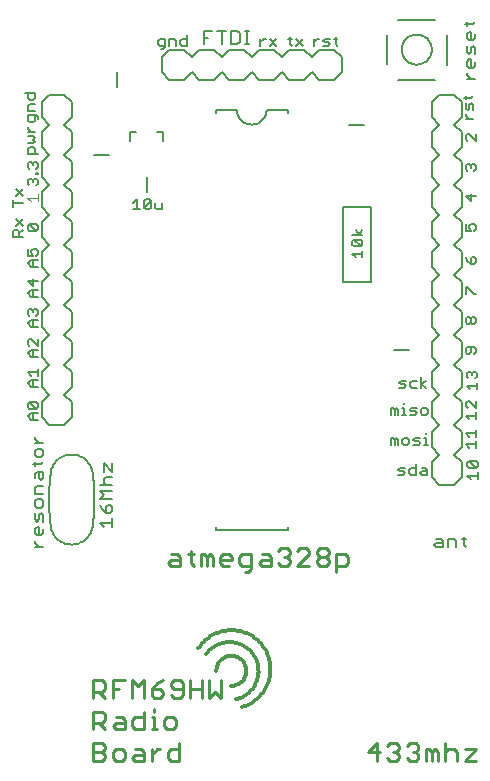
<source format=gto>
G75*
%MOIN*%
%OFA0B0*%
%FSLAX24Y24*%
%IPPOS*%
%LPD*%
%AMOC8*
5,1,8,0,0,1.08239X$1,22.5*
%
%ADD10C,0.0080*%
%ADD11C,0.0060*%
%ADD12C,0.0040*%
%ADD13C,0.0110*%
%ADD14C,0.0120*%
D10*
X001338Y008114D02*
X001618Y008114D01*
X001478Y008114D02*
X001338Y008254D01*
X001338Y008324D01*
X001408Y008497D02*
X001338Y008567D01*
X001338Y008707D01*
X001408Y008777D01*
X001478Y008777D01*
X001478Y008497D01*
X001548Y008497D02*
X001408Y008497D01*
X001548Y008497D02*
X001618Y008567D01*
X001618Y008707D01*
X001618Y008958D02*
X001618Y009168D01*
X001548Y009238D01*
X001478Y009168D01*
X001478Y009028D01*
X001408Y008958D01*
X001338Y009028D01*
X001338Y009238D01*
X001408Y009418D02*
X001338Y009488D01*
X001338Y009628D01*
X001408Y009698D01*
X001548Y009698D01*
X001618Y009628D01*
X001618Y009488D01*
X001548Y009418D01*
X001408Y009418D01*
X001338Y009878D02*
X001338Y010089D01*
X001408Y010159D01*
X001618Y010159D01*
X001548Y010339D02*
X001478Y010409D01*
X001478Y010619D01*
X001408Y010619D02*
X001618Y010619D01*
X001618Y010409D01*
X001548Y010339D01*
X001338Y010549D02*
X001408Y010619D01*
X001338Y010549D02*
X001338Y010409D01*
X001338Y010799D02*
X001338Y010939D01*
X001268Y010869D02*
X001548Y010869D01*
X001618Y010939D01*
X001548Y011106D02*
X001408Y011106D01*
X001338Y011176D01*
X001338Y011316D01*
X001408Y011386D01*
X001548Y011386D01*
X001618Y011316D01*
X001618Y011176D01*
X001548Y011106D01*
X001618Y011566D02*
X001338Y011566D01*
X001478Y011566D02*
X001338Y011707D01*
X001338Y011777D01*
X001808Y012192D02*
X001558Y012442D01*
X001558Y012942D01*
X001808Y013192D01*
X001558Y013442D01*
X001558Y013942D01*
X001808Y014192D01*
X001558Y014442D01*
X001558Y014942D01*
X001808Y015192D01*
X001558Y015442D01*
X001558Y015942D01*
X001808Y016192D01*
X001558Y016442D01*
X001558Y016942D01*
X001808Y017192D01*
X001558Y017442D01*
X001558Y017942D01*
X001808Y018192D01*
X001558Y018442D01*
X001558Y018942D01*
X001808Y019192D01*
X001558Y019442D01*
X001558Y019942D01*
X001808Y020192D01*
X001558Y020442D01*
X001558Y020942D01*
X001808Y021192D01*
X001558Y021442D01*
X001558Y021942D01*
X001808Y022192D01*
X001558Y022442D01*
X001558Y022942D01*
X001808Y023192D01*
X002308Y023192D01*
X002558Y022942D01*
X002558Y022442D01*
X002308Y022192D01*
X002558Y021942D01*
X002558Y021442D01*
X002308Y021192D01*
X002558Y020942D01*
X002558Y020442D01*
X002308Y020192D01*
X002558Y019942D01*
X002558Y019442D01*
X002308Y019192D01*
X002558Y018942D01*
X002558Y018442D01*
X002308Y018192D01*
X002558Y017942D01*
X002558Y017442D01*
X002308Y017192D01*
X002558Y016942D01*
X002558Y016442D01*
X002308Y016192D01*
X002558Y015942D01*
X002558Y015442D01*
X002308Y015192D01*
X002558Y014942D01*
X002558Y014442D01*
X002308Y014192D01*
X002558Y013942D01*
X002558Y013442D01*
X002308Y013192D01*
X002558Y012942D01*
X002558Y012442D01*
X002308Y012192D01*
X001808Y012192D01*
X001858Y010591D02*
X001868Y010643D01*
X001882Y010694D01*
X001900Y010744D01*
X001921Y010792D01*
X001946Y010839D01*
X001974Y010883D01*
X002006Y010926D01*
X002040Y010966D01*
X002078Y011003D01*
X002118Y011037D01*
X002160Y011069D01*
X002205Y011097D01*
X002252Y011121D01*
X002300Y011142D01*
X002350Y011160D01*
X002401Y011173D01*
X002453Y011183D01*
X002505Y011189D01*
X002558Y011191D01*
X002611Y011189D01*
X002663Y011183D01*
X002715Y011173D01*
X002766Y011160D01*
X002816Y011142D01*
X002864Y011121D01*
X002911Y011097D01*
X002956Y011069D01*
X002998Y011037D01*
X003038Y011003D01*
X003076Y010966D01*
X003110Y010926D01*
X003142Y010883D01*
X003170Y010839D01*
X003195Y010792D01*
X003216Y010744D01*
X003234Y010694D01*
X003248Y010643D01*
X003258Y010591D01*
X003638Y010622D02*
X003638Y010903D01*
X003918Y010622D01*
X003918Y010903D01*
X003918Y010442D02*
X003708Y010442D01*
X003638Y010372D01*
X003638Y010232D01*
X003708Y010162D01*
X003498Y010162D02*
X003918Y010162D01*
X003918Y009982D02*
X003498Y009982D01*
X003638Y009842D01*
X003498Y009702D01*
X003918Y009702D01*
X003848Y009521D02*
X003918Y009451D01*
X003918Y009311D01*
X003848Y009241D01*
X003708Y009241D01*
X003708Y009451D01*
X003778Y009521D01*
X003848Y009521D01*
X003568Y009381D02*
X003708Y009241D01*
X003568Y009381D02*
X003498Y009521D01*
X003498Y008921D02*
X003918Y008921D01*
X003918Y008781D02*
X003918Y009061D01*
X003638Y008781D02*
X003498Y008921D01*
X003258Y008792D02*
X003248Y008740D01*
X003234Y008689D01*
X003216Y008639D01*
X003195Y008591D01*
X003170Y008544D01*
X003142Y008500D01*
X003110Y008457D01*
X003076Y008417D01*
X003038Y008380D01*
X002998Y008346D01*
X002956Y008314D01*
X002911Y008286D01*
X002864Y008262D01*
X002816Y008241D01*
X002766Y008223D01*
X002715Y008210D01*
X002663Y008200D01*
X002611Y008194D01*
X002558Y008192D01*
X002505Y008194D01*
X002453Y008200D01*
X002401Y008210D01*
X002350Y008223D01*
X002300Y008241D01*
X002252Y008262D01*
X002205Y008286D01*
X002160Y008314D01*
X002118Y008346D01*
X002078Y008380D01*
X002040Y008417D01*
X002006Y008457D01*
X001974Y008500D01*
X001946Y008544D01*
X001921Y008591D01*
X001900Y008639D01*
X001882Y008689D01*
X001868Y008740D01*
X001858Y008792D01*
X001618Y009878D02*
X001338Y009878D01*
X003258Y010592D02*
X003276Y010413D01*
X003290Y010233D01*
X003300Y010053D01*
X003306Y009872D01*
X003308Y009692D01*
X003306Y009512D01*
X003300Y009331D01*
X003290Y009151D01*
X003276Y008971D01*
X003258Y008792D01*
X007358Y008792D02*
X007358Y008692D01*
X009758Y008692D01*
X009758Y008792D01*
X001858Y008792D02*
X001840Y008971D01*
X001826Y009151D01*
X001816Y009331D01*
X001810Y009512D01*
X001808Y009692D01*
X001810Y009872D01*
X001816Y010053D01*
X001826Y010233D01*
X001840Y010413D01*
X001858Y010592D01*
X005058Y019942D02*
X005058Y020442D01*
X003808Y021192D02*
X003308Y021192D01*
X004058Y023442D02*
X004058Y023942D01*
X005558Y023942D02*
X005808Y023692D01*
X006308Y023692D01*
X006558Y023942D01*
X006808Y023692D01*
X007308Y023692D01*
X007558Y023942D01*
X007808Y023692D01*
X008308Y023692D01*
X008558Y023942D01*
X008808Y023692D01*
X009308Y023692D01*
X009558Y023942D01*
X009808Y023692D01*
X010308Y023692D01*
X010558Y023942D01*
X010808Y023692D01*
X011308Y023692D01*
X011558Y023942D01*
X011558Y024442D01*
X011308Y024692D01*
X010808Y024692D01*
X010558Y024442D01*
X010308Y024692D01*
X009808Y024692D01*
X009558Y024442D01*
X009308Y024692D01*
X008808Y024692D01*
X008558Y024442D01*
X008308Y024692D01*
X007808Y024692D01*
X007558Y024442D01*
X007308Y024692D01*
X006808Y024692D01*
X006558Y024442D01*
X006308Y024692D01*
X005808Y024692D01*
X005558Y024442D01*
X005558Y023942D01*
X006954Y024882D02*
X006954Y025302D01*
X007234Y025302D01*
X007414Y025302D02*
X007695Y025302D01*
X007554Y025302D02*
X007554Y024882D01*
X007875Y024882D02*
X008085Y024882D01*
X008155Y024952D01*
X008155Y025232D01*
X008085Y025302D01*
X007875Y025302D01*
X007875Y024882D01*
X008335Y024882D02*
X008475Y024882D01*
X008405Y024882D02*
X008405Y025302D01*
X008335Y025302D02*
X008475Y025302D01*
X007094Y025092D02*
X006954Y025092D01*
X007358Y022692D02*
X007358Y022592D01*
X007358Y022692D02*
X008058Y022692D01*
X008060Y022648D01*
X008066Y022605D01*
X008075Y022563D01*
X008088Y022521D01*
X008105Y022481D01*
X008125Y022442D01*
X008148Y022405D01*
X008175Y022371D01*
X008204Y022338D01*
X008237Y022309D01*
X008271Y022282D01*
X008308Y022259D01*
X008347Y022239D01*
X008387Y022222D01*
X008429Y022209D01*
X008471Y022200D01*
X008514Y022194D01*
X008558Y022192D01*
X008602Y022194D01*
X008645Y022200D01*
X008687Y022209D01*
X008729Y022222D01*
X008769Y022239D01*
X008808Y022259D01*
X008845Y022282D01*
X008879Y022309D01*
X008912Y022338D01*
X008941Y022371D01*
X008968Y022405D01*
X008991Y022442D01*
X009011Y022481D01*
X009028Y022521D01*
X009041Y022563D01*
X009050Y022605D01*
X009056Y022648D01*
X009058Y022692D01*
X009758Y022692D01*
X009758Y022592D01*
X011586Y019432D02*
X012530Y019432D01*
X012530Y016952D01*
X011586Y016952D01*
X011586Y019432D01*
X011808Y022192D02*
X012308Y022192D01*
X013452Y023692D02*
X014664Y023692D01*
X014808Y023192D02*
X014558Y022942D01*
X014558Y022442D01*
X014808Y022192D01*
X014558Y021942D01*
X014558Y021442D01*
X014808Y021192D01*
X014558Y020942D01*
X014558Y020442D01*
X014808Y020192D01*
X014558Y019942D01*
X014558Y019442D01*
X014808Y019192D01*
X014558Y018942D01*
X014558Y018442D01*
X014808Y018192D01*
X014558Y017942D01*
X014558Y017442D01*
X014808Y017192D01*
X014558Y016942D01*
X014558Y016442D01*
X014808Y016192D01*
X014558Y015942D01*
X014558Y015442D01*
X014808Y015192D01*
X014558Y014942D01*
X014558Y014442D01*
X014808Y014192D01*
X014558Y013942D01*
X014558Y013442D01*
X014808Y013192D01*
X014558Y012942D01*
X014558Y012442D01*
X014808Y012192D01*
X014558Y011942D01*
X014558Y011442D01*
X014808Y011192D01*
X014558Y010942D01*
X014558Y010442D01*
X014808Y010192D01*
X015308Y010192D01*
X015558Y010442D01*
X015558Y010942D01*
X015308Y011192D01*
X015558Y011442D01*
X015558Y011942D01*
X015308Y012192D01*
X015558Y012442D01*
X015558Y012942D01*
X015308Y013192D01*
X015558Y013442D01*
X015558Y013942D01*
X015308Y014192D01*
X015558Y014442D01*
X015558Y014942D01*
X015308Y015192D01*
X015558Y015442D01*
X015558Y015942D01*
X015308Y016192D01*
X015558Y016442D01*
X015558Y016942D01*
X015308Y017192D01*
X015558Y017442D01*
X015558Y017942D01*
X015308Y018192D01*
X015558Y018442D01*
X015558Y018942D01*
X015308Y019192D01*
X015558Y019442D01*
X015558Y019942D01*
X015308Y020192D01*
X015558Y020442D01*
X015558Y020942D01*
X015308Y021192D01*
X015558Y021442D01*
X015558Y021942D01*
X015308Y022192D01*
X015558Y022442D01*
X015558Y022942D01*
X015308Y023192D01*
X014808Y023192D01*
X015058Y024192D02*
X015058Y025180D01*
X014664Y025692D02*
X013452Y025692D01*
X013058Y025180D02*
X013058Y024204D01*
X013558Y024692D02*
X013560Y024736D01*
X013566Y024780D01*
X013576Y024823D01*
X013589Y024865D01*
X013606Y024906D01*
X013627Y024945D01*
X013651Y024982D01*
X013678Y025017D01*
X013708Y025049D01*
X013741Y025079D01*
X013777Y025105D01*
X013814Y025129D01*
X013854Y025148D01*
X013895Y025165D01*
X013938Y025177D01*
X013981Y025186D01*
X014025Y025191D01*
X014069Y025192D01*
X014113Y025189D01*
X014157Y025182D01*
X014200Y025171D01*
X014242Y025157D01*
X014282Y025139D01*
X014321Y025117D01*
X014357Y025093D01*
X014391Y025065D01*
X014423Y025034D01*
X014452Y025000D01*
X014478Y024964D01*
X014500Y024926D01*
X014519Y024886D01*
X014534Y024844D01*
X014546Y024802D01*
X014554Y024758D01*
X014558Y024714D01*
X014558Y024670D01*
X014554Y024626D01*
X014546Y024582D01*
X014534Y024540D01*
X014519Y024498D01*
X014500Y024458D01*
X014478Y024420D01*
X014452Y024384D01*
X014423Y024350D01*
X014391Y024319D01*
X014357Y024291D01*
X014321Y024267D01*
X014282Y024245D01*
X014242Y024227D01*
X014200Y024213D01*
X014157Y024202D01*
X014113Y024195D01*
X014069Y024192D01*
X014025Y024193D01*
X013981Y024198D01*
X013938Y024207D01*
X013895Y024219D01*
X013854Y024236D01*
X013814Y024255D01*
X013777Y024279D01*
X013741Y024305D01*
X013708Y024335D01*
X013678Y024367D01*
X013651Y024402D01*
X013627Y024439D01*
X013606Y024478D01*
X013589Y024519D01*
X013576Y024561D01*
X013566Y024604D01*
X013560Y024648D01*
X013558Y024692D01*
X015668Y025531D02*
X015948Y025531D01*
X016018Y025601D01*
X015738Y025601D02*
X015738Y025461D01*
X015808Y025281D02*
X015878Y025281D01*
X015878Y025000D01*
X015948Y025000D02*
X015808Y025000D01*
X015738Y025070D01*
X015738Y025211D01*
X015808Y025281D01*
X016018Y025070D02*
X015948Y025000D01*
X016018Y025070D02*
X016018Y025211D01*
X015948Y024820D02*
X015878Y024750D01*
X015878Y024610D01*
X015808Y024540D01*
X015738Y024610D01*
X015738Y024820D01*
X015948Y024820D02*
X016018Y024750D01*
X016018Y024540D01*
X015878Y024360D02*
X015878Y024080D01*
X015948Y024080D02*
X015808Y024080D01*
X015738Y024150D01*
X015738Y024290D01*
X015808Y024360D01*
X015878Y024360D01*
X016018Y024290D02*
X016018Y024150D01*
X015948Y024080D01*
X015738Y023906D02*
X015738Y023836D01*
X015878Y023696D01*
X016018Y023696D02*
X015738Y023696D01*
X013808Y014692D02*
X013308Y014692D01*
X015635Y008448D02*
X015635Y008168D01*
X015705Y008098D01*
X015705Y008378D02*
X015565Y008378D01*
X015385Y008308D02*
X015385Y008098D01*
X015385Y008308D02*
X015315Y008378D01*
X015105Y008378D01*
X015105Y008098D01*
X014925Y008098D02*
X014925Y008308D01*
X014855Y008378D01*
X014714Y008378D01*
X014714Y008238D02*
X014925Y008238D01*
X014925Y008098D02*
X014714Y008098D01*
X014644Y008168D01*
X014714Y008238D01*
D11*
X014399Y010522D02*
X014229Y010522D01*
X014172Y010579D01*
X014229Y010635D01*
X014399Y010635D01*
X014399Y010692D02*
X014399Y010522D01*
X014399Y010692D02*
X014342Y010749D01*
X014229Y010749D01*
X014031Y010749D02*
X013861Y010749D01*
X013804Y010692D01*
X013804Y010579D01*
X013861Y010522D01*
X014031Y010522D01*
X014031Y010862D01*
X013662Y010749D02*
X013492Y010749D01*
X013435Y010692D01*
X013492Y010635D01*
X013606Y010635D01*
X013662Y010579D01*
X013606Y010522D01*
X013435Y010522D01*
X013440Y011522D02*
X013440Y011692D01*
X013383Y011749D01*
X013326Y011692D01*
X013326Y011522D01*
X013213Y011522D02*
X013213Y011749D01*
X013269Y011749D01*
X013326Y011692D01*
X013581Y011692D02*
X013581Y011579D01*
X013638Y011522D01*
X013751Y011522D01*
X013808Y011579D01*
X013808Y011692D01*
X013751Y011749D01*
X013638Y011749D01*
X013581Y011692D01*
X013949Y011692D02*
X014006Y011749D01*
X014176Y011749D01*
X014119Y011635D02*
X014176Y011579D01*
X014119Y011522D01*
X013949Y011522D01*
X014006Y011635D02*
X013949Y011692D01*
X014006Y011635D02*
X014119Y011635D01*
X014318Y011522D02*
X014431Y011522D01*
X014374Y011522D02*
X014374Y011749D01*
X014318Y011749D01*
X014374Y011862D02*
X014374Y011919D01*
X014365Y012522D02*
X014252Y012522D01*
X014195Y012579D01*
X014195Y012692D01*
X014252Y012749D01*
X014365Y012749D01*
X014422Y012692D01*
X014422Y012579D01*
X014365Y012522D01*
X014053Y012579D02*
X013997Y012635D01*
X013883Y012635D01*
X013827Y012692D01*
X013883Y012749D01*
X014053Y012749D01*
X014053Y012579D02*
X013997Y012522D01*
X013827Y012522D01*
X013694Y012522D02*
X013581Y012522D01*
X013638Y012522D02*
X013638Y012749D01*
X013581Y012749D01*
X013638Y012862D02*
X013638Y012919D01*
X013440Y012692D02*
X013440Y012522D01*
X013326Y012522D02*
X013326Y012692D01*
X013383Y012749D01*
X013440Y012692D01*
X013326Y012692D02*
X013269Y012749D01*
X013213Y012749D01*
X013213Y012522D01*
X013466Y013422D02*
X013636Y013422D01*
X013693Y013479D01*
X013636Y013535D01*
X013523Y013535D01*
X013466Y013592D01*
X013523Y013649D01*
X013693Y013649D01*
X013834Y013592D02*
X013834Y013479D01*
X013891Y013422D01*
X014061Y013422D01*
X014203Y013422D02*
X014203Y013762D01*
X014061Y013649D02*
X013891Y013649D01*
X013834Y013592D01*
X014203Y013535D02*
X014373Y013649D01*
X014203Y013535D02*
X014373Y013422D01*
X015722Y013477D02*
X015835Y013364D01*
X015722Y013477D02*
X016062Y013477D01*
X016062Y013364D02*
X016062Y013591D01*
X016005Y013732D02*
X016062Y013789D01*
X016062Y013902D01*
X016005Y013959D01*
X015948Y013959D01*
X015892Y013902D01*
X015892Y013845D01*
X015892Y013902D02*
X015835Y013959D01*
X015778Y013959D01*
X015722Y013902D01*
X015722Y013789D01*
X015778Y013732D01*
X015755Y012965D02*
X015698Y012908D01*
X015698Y012795D01*
X015755Y012738D01*
X015755Y012965D02*
X015811Y012965D01*
X016038Y012738D01*
X016038Y012965D01*
X016038Y012596D02*
X016038Y012370D01*
X016038Y012483D02*
X015698Y012483D01*
X015811Y012370D01*
X015698Y011901D02*
X016038Y011901D01*
X016038Y011788D02*
X016038Y012015D01*
X016038Y011646D02*
X016038Y011420D01*
X016038Y011533D02*
X015698Y011533D01*
X015811Y011420D01*
X015811Y011788D02*
X015698Y011901D01*
X015805Y010965D02*
X016031Y010738D01*
X016088Y010795D01*
X016088Y010908D01*
X016031Y010965D01*
X015805Y010965D01*
X015748Y010908D01*
X015748Y010795D01*
X015805Y010738D01*
X016031Y010738D01*
X016088Y010596D02*
X016088Y010370D01*
X016088Y010483D02*
X015748Y010483D01*
X015861Y010370D01*
X015801Y014538D02*
X015858Y014594D01*
X015858Y014765D01*
X015971Y014765D02*
X015744Y014765D01*
X015688Y014708D01*
X015688Y014594D01*
X015744Y014538D01*
X015801Y014538D01*
X015971Y014538D02*
X016028Y014594D01*
X016028Y014708D01*
X015971Y014765D01*
X015971Y015538D02*
X015915Y015538D01*
X015858Y015594D01*
X015858Y015708D01*
X015915Y015765D01*
X015971Y015765D01*
X016028Y015708D01*
X016028Y015594D01*
X015971Y015538D01*
X015858Y015594D02*
X015801Y015538D01*
X015744Y015538D01*
X015688Y015594D01*
X015688Y015708D01*
X015744Y015765D01*
X015801Y015765D01*
X015858Y015708D01*
X015971Y016538D02*
X016028Y016538D01*
X015971Y016538D02*
X015744Y016765D01*
X015688Y016765D01*
X015688Y016538D01*
X015858Y017538D02*
X015744Y017651D01*
X015688Y017765D01*
X015858Y017708D02*
X015858Y017538D01*
X015971Y017538D01*
X016028Y017594D01*
X016028Y017708D01*
X015971Y017765D01*
X015915Y017765D01*
X015858Y017708D01*
X015858Y018638D02*
X015688Y018638D01*
X015688Y018865D01*
X015801Y018808D02*
X015858Y018865D01*
X015971Y018865D01*
X016028Y018808D01*
X016028Y018694D01*
X015971Y018638D01*
X015858Y018638D02*
X015801Y018751D01*
X015801Y018808D01*
X015858Y019638D02*
X015858Y019865D01*
X016028Y019808D02*
X015688Y019808D01*
X015858Y019638D01*
X015971Y020638D02*
X016028Y020694D01*
X016028Y020808D01*
X015971Y020865D01*
X015915Y020865D01*
X015858Y020808D01*
X015858Y020751D01*
X015858Y020808D02*
X015801Y020865D01*
X015744Y020865D01*
X015688Y020808D01*
X015688Y020694D01*
X015744Y020638D01*
X015744Y021638D02*
X015688Y021694D01*
X015688Y021808D01*
X015744Y021865D01*
X015801Y021865D01*
X016028Y021638D01*
X016028Y021865D01*
X015928Y022361D02*
X015701Y022361D01*
X015815Y022361D02*
X015701Y022475D01*
X015701Y022532D01*
X015758Y022668D02*
X015701Y022725D01*
X015701Y022895D01*
X015815Y022838D02*
X015815Y022725D01*
X015758Y022668D01*
X015928Y022668D02*
X015928Y022838D01*
X015871Y022895D01*
X015815Y022838D01*
X015701Y023037D02*
X015701Y023150D01*
X015644Y023093D02*
X015871Y023093D01*
X015928Y023150D01*
X012250Y018667D02*
X012137Y018497D01*
X012023Y018667D01*
X011910Y018497D02*
X012250Y018497D01*
X012193Y018355D02*
X012250Y018298D01*
X012250Y018185D01*
X012193Y018128D01*
X011966Y018355D01*
X012193Y018355D01*
X012193Y018128D02*
X011966Y018128D01*
X011910Y018185D01*
X011910Y018298D01*
X011966Y018355D01*
X012250Y017987D02*
X012250Y017760D01*
X012250Y017873D02*
X011910Y017873D01*
X012023Y017760D01*
X011416Y024822D02*
X011360Y024879D01*
X011360Y025105D01*
X011303Y025049D02*
X011416Y025049D01*
X011161Y025049D02*
X010991Y025049D01*
X010934Y024992D01*
X010991Y024935D01*
X011105Y024935D01*
X011161Y024879D01*
X011105Y024822D01*
X010934Y024822D01*
X010798Y025049D02*
X010741Y025049D01*
X010628Y024935D01*
X010628Y024822D02*
X010628Y025049D01*
X010253Y025049D02*
X010027Y024822D01*
X009894Y024822D02*
X009838Y024879D01*
X009838Y025105D01*
X009781Y025049D02*
X009894Y025049D01*
X010027Y025049D02*
X010253Y024822D01*
X009384Y024822D02*
X009157Y025049D01*
X009020Y025049D02*
X008964Y025049D01*
X008850Y024935D01*
X008850Y024822D02*
X008850Y025049D01*
X009157Y024822D02*
X009384Y025049D01*
X006399Y025049D02*
X006229Y025049D01*
X006172Y024992D01*
X006172Y024879D01*
X006229Y024822D01*
X006399Y024822D01*
X006399Y025162D01*
X006031Y024992D02*
X006031Y024822D01*
X006031Y024992D02*
X005974Y025049D01*
X005804Y025049D01*
X005804Y024822D01*
X005662Y024822D02*
X005492Y024822D01*
X005435Y024879D01*
X005435Y024992D01*
X005492Y025049D01*
X005662Y025049D01*
X005662Y024765D01*
X005606Y024708D01*
X005549Y024708D01*
X005618Y021952D02*
X005398Y021952D01*
X005618Y021952D02*
X005618Y021632D01*
X004718Y021952D02*
X004498Y021952D01*
X004498Y021632D01*
X004723Y019700D02*
X004610Y019587D01*
X004723Y019700D02*
X004723Y019360D01*
X004610Y019360D02*
X004837Y019360D01*
X004978Y019417D02*
X004978Y019644D01*
X005035Y019700D01*
X005148Y019700D01*
X005205Y019644D01*
X004978Y019417D01*
X005035Y019360D01*
X005148Y019360D01*
X005205Y019417D01*
X005205Y019644D01*
X005347Y019587D02*
X005347Y019417D01*
X005403Y019360D01*
X005573Y019360D01*
X005573Y019587D01*
X001428Y020218D02*
X001371Y020161D01*
X001428Y020218D02*
X001428Y020332D01*
X001371Y020388D01*
X001315Y020388D01*
X001258Y020332D01*
X001258Y020275D01*
X001258Y020332D02*
X001201Y020388D01*
X001144Y020388D01*
X001088Y020332D01*
X001088Y020218D01*
X001144Y020161D01*
X000928Y020049D02*
X000701Y019822D01*
X000588Y019680D02*
X000588Y019453D01*
X000588Y019567D02*
X000928Y019567D01*
X000928Y019822D02*
X000701Y020049D01*
X001144Y020714D02*
X001088Y020771D01*
X001088Y020884D01*
X001144Y020941D01*
X001201Y020941D01*
X001258Y020884D01*
X001315Y020941D01*
X001371Y020941D01*
X001428Y020884D01*
X001428Y020771D01*
X001371Y020714D01*
X001371Y020586D02*
X001428Y020586D01*
X001428Y020530D01*
X001371Y020530D01*
X001371Y020586D01*
X001258Y020827D02*
X001258Y020884D01*
X001328Y021200D02*
X001328Y021370D01*
X001271Y021427D01*
X001158Y021427D01*
X001101Y021370D01*
X001101Y021200D01*
X001441Y021200D01*
X001271Y021568D02*
X001328Y021625D01*
X001271Y021682D01*
X001328Y021738D01*
X001271Y021795D01*
X001101Y021795D01*
X001101Y021937D02*
X001328Y021937D01*
X001215Y021937D02*
X001101Y022050D01*
X001101Y022107D01*
X001158Y022269D02*
X001271Y022269D01*
X001328Y022326D01*
X001328Y022496D01*
X001385Y022496D02*
X001101Y022496D01*
X001101Y022326D01*
X001158Y022269D01*
X001101Y022638D02*
X001101Y022808D01*
X001158Y022865D01*
X001328Y022865D01*
X001271Y023006D02*
X001158Y023006D01*
X001101Y023063D01*
X001101Y023233D01*
X000988Y023233D02*
X001328Y023233D01*
X001328Y023063D01*
X001271Y023006D01*
X001328Y022638D02*
X001101Y022638D01*
X001385Y022496D02*
X001441Y022439D01*
X001441Y022383D01*
X001271Y021568D02*
X001101Y021568D01*
X000928Y019049D02*
X000701Y018822D01*
X000644Y018680D02*
X000758Y018680D01*
X000815Y018624D01*
X000815Y018453D01*
X000928Y018453D02*
X000588Y018453D01*
X000588Y018624D01*
X000644Y018680D01*
X000815Y018567D02*
X000928Y018680D01*
X000928Y018822D02*
X000701Y019049D01*
X001088Y018808D02*
X001088Y018694D01*
X001144Y018638D01*
X001371Y018638D01*
X001144Y018865D01*
X001371Y018865D01*
X001428Y018808D01*
X001428Y018694D01*
X001371Y018638D01*
X001144Y018865D02*
X001088Y018808D01*
X001088Y018049D02*
X001088Y017822D01*
X001258Y017822D01*
X001201Y017935D01*
X001201Y017992D01*
X001258Y018049D01*
X001371Y018049D01*
X001428Y017992D01*
X001428Y017879D01*
X001371Y017822D01*
X001428Y017680D02*
X001201Y017680D01*
X001088Y017567D01*
X001201Y017453D01*
X001428Y017453D01*
X001258Y017453D02*
X001258Y017680D01*
X001258Y017049D02*
X001258Y016822D01*
X001088Y016992D01*
X001428Y016992D01*
X001428Y016680D02*
X001201Y016680D01*
X001088Y016567D01*
X001201Y016453D01*
X001428Y016453D01*
X001258Y016453D02*
X001258Y016680D01*
X001315Y016049D02*
X001371Y016049D01*
X001428Y015992D01*
X001428Y015879D01*
X001371Y015822D01*
X001428Y015680D02*
X001201Y015680D01*
X001088Y015567D01*
X001201Y015453D01*
X001428Y015453D01*
X001258Y015453D02*
X001258Y015680D01*
X001144Y015822D02*
X001088Y015879D01*
X001088Y015992D01*
X001144Y016049D01*
X001201Y016049D01*
X001258Y015992D01*
X001315Y016049D01*
X001258Y015992D02*
X001258Y015935D01*
X001201Y015049D02*
X001144Y015049D01*
X001088Y014992D01*
X001088Y014879D01*
X001144Y014822D01*
X001201Y014680D02*
X001088Y014567D01*
X001201Y014453D01*
X001428Y014453D01*
X001258Y014453D02*
X001258Y014680D01*
X001201Y014680D02*
X001428Y014680D01*
X001428Y014822D02*
X001201Y015049D01*
X001428Y015049D02*
X001428Y014822D01*
X001428Y014049D02*
X001428Y013822D01*
X001428Y013935D02*
X001088Y013935D01*
X001201Y013822D01*
X001201Y013680D02*
X001088Y013567D01*
X001201Y013453D01*
X001428Y013453D01*
X001258Y013453D02*
X001258Y013680D01*
X001201Y013680D02*
X001428Y013680D01*
X001371Y012949D02*
X001144Y012949D01*
X001371Y012722D01*
X001428Y012779D01*
X001428Y012892D01*
X001371Y012949D01*
X001371Y012722D02*
X001144Y012722D01*
X001088Y012779D01*
X001088Y012892D01*
X001144Y012949D01*
X001201Y012580D02*
X001088Y012467D01*
X001201Y012353D01*
X001428Y012353D01*
X001258Y012353D02*
X001258Y012580D01*
X001201Y012580D02*
X001428Y012580D01*
D12*
X001438Y019628D02*
X001438Y019868D01*
X001438Y019748D02*
X001078Y019748D01*
X001198Y019628D01*
D13*
X003285Y000985D02*
X003580Y000985D01*
X003679Y001083D01*
X003679Y001182D01*
X003580Y001280D01*
X003285Y001280D01*
X003285Y000985D02*
X003285Y001576D01*
X003580Y001576D01*
X003679Y001477D01*
X003679Y001379D01*
X003580Y001280D01*
X003930Y001280D02*
X003930Y001083D01*
X004028Y000985D01*
X004225Y000985D01*
X004323Y001083D01*
X004323Y001280D01*
X004225Y001379D01*
X004028Y001379D01*
X003930Y001280D01*
X004028Y002035D02*
X003930Y002133D01*
X004028Y002232D01*
X004323Y002232D01*
X004323Y002330D02*
X004323Y002035D01*
X004028Y002035D01*
X003679Y002035D02*
X003482Y002232D01*
X003580Y002232D02*
X003285Y002232D01*
X003285Y002035D02*
X003285Y002626D01*
X003580Y002626D01*
X003679Y002527D01*
X003679Y002330D01*
X003580Y002232D01*
X004028Y002429D02*
X004225Y002429D01*
X004323Y002330D01*
X004574Y002330D02*
X004673Y002429D01*
X004968Y002429D01*
X004968Y002626D02*
X004968Y002035D01*
X004673Y002035D01*
X004574Y002133D01*
X004574Y002330D01*
X005219Y002429D02*
X005317Y002429D01*
X005317Y002035D01*
X005219Y002035D02*
X005415Y002035D01*
X005648Y002133D02*
X005747Y002035D01*
X005944Y002035D01*
X006042Y002133D01*
X006042Y002330D01*
X005944Y002429D01*
X005747Y002429D01*
X005648Y002330D01*
X005648Y002133D01*
X005317Y002626D02*
X005317Y002724D01*
X005317Y003085D02*
X005514Y003085D01*
X005612Y003183D01*
X005612Y003282D01*
X005514Y003380D01*
X005219Y003380D01*
X005219Y003183D01*
X005317Y003085D01*
X005219Y003380D02*
X005415Y003577D01*
X005612Y003676D01*
X005863Y003577D02*
X005863Y003479D01*
X005962Y003380D01*
X006257Y003380D01*
X006257Y003183D02*
X006257Y003577D01*
X006158Y003676D01*
X005962Y003676D01*
X005863Y003577D01*
X005863Y003183D02*
X005962Y003085D01*
X006158Y003085D01*
X006257Y003183D01*
X006508Y003085D02*
X006508Y003676D01*
X006508Y003380D02*
X006901Y003380D01*
X006901Y003085D02*
X006901Y003676D01*
X007152Y003676D02*
X007152Y003085D01*
X007349Y003282D01*
X007546Y003085D01*
X007546Y003676D01*
X006149Y001576D02*
X006149Y000985D01*
X005854Y000985D01*
X005756Y001083D01*
X005756Y001280D01*
X005854Y001379D01*
X006149Y001379D01*
X005514Y001379D02*
X005415Y001379D01*
X005219Y001182D01*
X005219Y000985D02*
X005219Y001379D01*
X004968Y001280D02*
X004968Y000985D01*
X004673Y000985D01*
X004574Y001083D01*
X004673Y001182D01*
X004968Y001182D01*
X004968Y001280D02*
X004869Y001379D01*
X004673Y001379D01*
X004574Y003085D02*
X004574Y003676D01*
X004771Y003479D01*
X004968Y003676D01*
X004968Y003085D01*
X004323Y003676D02*
X003930Y003676D01*
X003930Y003085D01*
X003930Y003380D02*
X004126Y003380D01*
X003679Y003380D02*
X003580Y003282D01*
X003285Y003282D01*
X003482Y003282D02*
X003679Y003085D01*
X003679Y003380D02*
X003679Y003577D01*
X003580Y003676D01*
X003285Y003676D01*
X003285Y003085D01*
X005883Y007485D02*
X005785Y007583D01*
X005883Y007682D01*
X006179Y007682D01*
X006179Y007780D02*
X006179Y007485D01*
X005883Y007485D01*
X005883Y007879D02*
X006080Y007879D01*
X006179Y007780D01*
X006430Y007879D02*
X006626Y007879D01*
X006528Y007977D02*
X006528Y007583D01*
X006626Y007485D01*
X006859Y007485D02*
X006859Y007879D01*
X006958Y007879D01*
X007056Y007780D01*
X007155Y007879D01*
X007253Y007780D01*
X007253Y007485D01*
X007504Y007583D02*
X007504Y007780D01*
X007602Y007879D01*
X007799Y007879D01*
X007897Y007780D01*
X007897Y007682D01*
X007504Y007682D01*
X007504Y007583D02*
X007602Y007485D01*
X007799Y007485D01*
X008148Y007583D02*
X008247Y007485D01*
X008542Y007485D01*
X008542Y007387D02*
X008542Y007879D01*
X008247Y007879D01*
X008148Y007780D01*
X008148Y007583D01*
X008345Y007288D02*
X008444Y007288D01*
X008542Y007387D01*
X008793Y007583D02*
X008891Y007682D01*
X009187Y007682D01*
X009187Y007780D02*
X009187Y007485D01*
X008891Y007485D01*
X008793Y007583D01*
X008891Y007879D02*
X009088Y007879D01*
X009187Y007780D01*
X009437Y007583D02*
X009536Y007485D01*
X009733Y007485D01*
X009831Y007583D01*
X009831Y007682D01*
X009733Y007780D01*
X009634Y007780D01*
X009733Y007780D02*
X009831Y007879D01*
X009831Y007977D01*
X009733Y008076D01*
X009536Y008076D01*
X009437Y007977D01*
X010082Y007977D02*
X010180Y008076D01*
X010377Y008076D01*
X010476Y007977D01*
X010476Y007879D01*
X010082Y007485D01*
X010476Y007485D01*
X010727Y007583D02*
X010727Y007682D01*
X010825Y007780D01*
X011022Y007780D01*
X011120Y007682D01*
X011120Y007583D01*
X011022Y007485D01*
X010825Y007485D01*
X010727Y007583D01*
X010825Y007780D02*
X010727Y007879D01*
X010727Y007977D01*
X010825Y008076D01*
X011022Y008076D01*
X011120Y007977D01*
X011120Y007879D01*
X011022Y007780D01*
X011371Y007879D02*
X011371Y007288D01*
X011371Y007485D02*
X011666Y007485D01*
X011765Y007583D01*
X011765Y007780D01*
X011666Y007879D01*
X011371Y007879D01*
X012730Y001576D02*
X012435Y001280D01*
X012829Y001280D01*
X012730Y000985D02*
X012730Y001576D01*
X013080Y001477D02*
X013178Y001576D01*
X013375Y001576D01*
X013473Y001477D01*
X013473Y001379D01*
X013375Y001280D01*
X013473Y001182D01*
X013473Y001083D01*
X013375Y000985D01*
X013178Y000985D01*
X013080Y001083D01*
X013276Y001280D02*
X013375Y001280D01*
X013724Y001083D02*
X013823Y000985D01*
X014019Y000985D01*
X014118Y001083D01*
X014118Y001182D01*
X014019Y001280D01*
X013921Y001280D01*
X014019Y001280D02*
X014118Y001379D01*
X014118Y001477D01*
X014019Y001576D01*
X013823Y001576D01*
X013724Y001477D01*
X014369Y001379D02*
X014369Y000985D01*
X014565Y000985D02*
X014565Y001280D01*
X014664Y001379D01*
X014762Y001280D01*
X014762Y000985D01*
X014565Y001280D02*
X014467Y001379D01*
X014369Y001379D01*
X015013Y001280D02*
X015112Y001379D01*
X015308Y001379D01*
X015407Y001280D01*
X015407Y000985D01*
X015658Y000985D02*
X016051Y000985D01*
X015658Y000985D02*
X016051Y001379D01*
X015658Y001379D01*
X015013Y001576D02*
X015013Y000985D01*
X007056Y007485D02*
X007056Y007780D01*
D14*
X006780Y004730D02*
X006819Y004789D01*
X006862Y004846D01*
X006908Y004900D01*
X006957Y004952D01*
X007008Y005002D01*
X007062Y005048D01*
X007119Y005091D01*
X007178Y005131D01*
X007238Y005168D01*
X007301Y005201D01*
X007366Y005231D01*
X007432Y005258D01*
X007499Y005281D01*
X007568Y005300D01*
X007638Y005315D01*
X007708Y005326D01*
X007779Y005334D01*
X007850Y005338D01*
X007921Y005337D01*
X007992Y005333D01*
X008063Y005325D01*
X008133Y005314D01*
X008202Y005298D01*
X008271Y005279D01*
X008338Y005256D01*
X008404Y005229D01*
X008469Y005198D01*
X008531Y005165D01*
X008592Y005128D01*
X008651Y005087D01*
X008707Y005044D01*
X008761Y004997D01*
X008812Y004948D01*
X008860Y004895D01*
X008906Y004841D01*
X008948Y004784D01*
X008988Y004724D01*
X009024Y004663D01*
X009056Y004600D01*
X009085Y004535D01*
X009111Y004468D01*
X009133Y004400D01*
X009151Y004332D01*
X009165Y004262D01*
X009176Y004191D01*
X009182Y004121D01*
X009185Y004049D01*
X009184Y003978D01*
X009179Y003907D01*
X009170Y003837D01*
X009157Y003767D01*
X009140Y003697D01*
X009120Y003629D01*
X009096Y003562D01*
X009068Y003496D01*
X009037Y003432D01*
X009003Y003370D01*
X008965Y003310D01*
X008924Y003252D01*
X008879Y003196D01*
X008832Y003143D01*
X008782Y003093D01*
X008729Y003045D01*
X008674Y003000D01*
X008616Y002958D01*
X008556Y002920D01*
X008494Y002885D01*
X008430Y002853D01*
X008365Y002825D01*
X008298Y002800D01*
X008230Y002779D01*
X007880Y003480D02*
X007924Y003482D01*
X007967Y003488D01*
X008009Y003497D01*
X008051Y003510D01*
X008091Y003527D01*
X008130Y003547D01*
X008167Y003570D01*
X008201Y003597D01*
X008234Y003626D01*
X008263Y003659D01*
X008290Y003693D01*
X008313Y003730D01*
X008333Y003769D01*
X008350Y003809D01*
X008363Y003851D01*
X008372Y003893D01*
X008378Y003936D01*
X008380Y003980D01*
X008378Y004024D01*
X008372Y004067D01*
X008363Y004109D01*
X008350Y004151D01*
X008333Y004191D01*
X008313Y004230D01*
X008290Y004267D01*
X008263Y004301D01*
X008234Y004334D01*
X008201Y004363D01*
X008167Y004390D01*
X008130Y004413D01*
X008091Y004433D01*
X008051Y004450D01*
X008009Y004463D01*
X007967Y004472D01*
X007924Y004478D01*
X007880Y004480D01*
X007836Y004478D01*
X007793Y004472D01*
X007751Y004463D01*
X007709Y004450D01*
X007669Y004433D01*
X007630Y004413D01*
X007593Y004390D01*
X007559Y004363D01*
X007526Y004334D01*
X007497Y004301D01*
X007470Y004267D01*
X007447Y004230D01*
X007427Y004191D01*
X007410Y004151D01*
X007397Y004109D01*
X007388Y004067D01*
X007382Y004024D01*
X007380Y003980D01*
X007030Y004529D02*
X007067Y004579D01*
X007107Y004625D01*
X007150Y004669D01*
X007196Y004710D01*
X007244Y004748D01*
X007294Y004783D01*
X007347Y004815D01*
X007401Y004844D01*
X007458Y004868D01*
X007515Y004890D01*
X007574Y004907D01*
X007634Y004921D01*
X007695Y004931D01*
X007756Y004937D01*
X007817Y004939D01*
X007879Y004937D01*
X007940Y004932D01*
X008000Y004922D01*
X008060Y004909D01*
X008119Y004891D01*
X008177Y004871D01*
X008233Y004846D01*
X008288Y004818D01*
X008341Y004787D01*
X008391Y004752D01*
X008440Y004714D01*
X008486Y004673D01*
X008529Y004629D01*
X008569Y004583D01*
X008606Y004534D01*
X008640Y004483D01*
X008671Y004430D01*
X008698Y004375D01*
X008722Y004318D01*
X008742Y004260D01*
X008759Y004201D01*
X008771Y004141D01*
X008780Y004080D01*
X008785Y004019D01*
X008786Y003957D01*
X008783Y003896D01*
X008776Y003835D01*
X008765Y003775D01*
X008751Y003715D01*
X008733Y003656D01*
X008711Y003599D01*
X008685Y003543D01*
X008656Y003489D01*
X008623Y003437D01*
X008588Y003387D01*
X008549Y003339D01*
X008507Y003294D01*
X008463Y003252D01*
X008416Y003212D01*
X008366Y003176D01*
X008314Y003143D01*
X008260Y003113D01*
X008205Y003087D01*
X008148Y003064D01*
X008089Y003045D01*
X008030Y003030D01*
M02*

</source>
